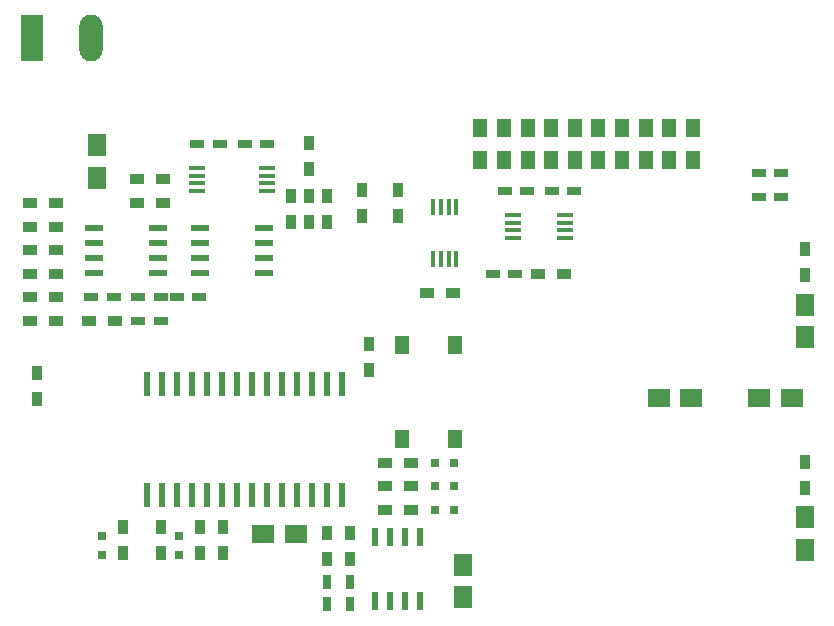
<source format=gbr>
G04 #@! TF.FileFunction,Paste,Top*
%FSLAX46Y46*%
G04 Gerber Fmt 4.6, Leading zero omitted, Abs format (unit mm)*
G04 Created by KiCad (PCBNEW 4.0.7-e2-6376~58~ubuntu16.04.1) date Fri Dec 29 21:47:46 2017*
%MOMM*%
%LPD*%
G01*
G04 APERTURE LIST*
%ADD10C,0.100000*%
%ADD11R,1.500000X1.950000*%
%ADD12R,0.600000X2.000000*%
%ADD13R,0.750000X1.200000*%
%ADD14R,1.200000X0.750000*%
%ADD15R,1.950000X1.500000*%
%ADD16R,0.800000X0.800000*%
%ADD17R,1.980000X3.960000*%
%ADD18O,1.980000X3.960000*%
%ADD19R,0.900000X1.200000*%
%ADD20R,1.200000X0.900000*%
%ADD21R,1.300000X1.500000*%
%ADD22R,1.300000X1.550000*%
%ADD23R,1.450000X0.450000*%
%ADD24R,0.600000X1.550000*%
%ADD25R,1.550000X0.600000*%
%ADD26R,0.450000X1.450000*%
G04 APERTURE END LIST*
D10*
D11*
X95500000Y-63875000D03*
X95500000Y-61125000D03*
D12*
X116255000Y-81300000D03*
X114985000Y-81300000D03*
X113715000Y-81300000D03*
X112445000Y-81300000D03*
X111175000Y-81300000D03*
X109905000Y-81300000D03*
X108635000Y-81300000D03*
X107365000Y-81300000D03*
X106095000Y-81300000D03*
X104825000Y-81300000D03*
X103555000Y-81300000D03*
X102285000Y-81300000D03*
X101015000Y-81300000D03*
X99745000Y-81300000D03*
X99745000Y-90700000D03*
X101015000Y-90700000D03*
X102285000Y-90700000D03*
X103555000Y-90700000D03*
X104825000Y-90700000D03*
X106095000Y-90700000D03*
X107365000Y-90700000D03*
X108635000Y-90700000D03*
X109905000Y-90700000D03*
X111175000Y-90700000D03*
X112445000Y-90700000D03*
X113715000Y-90700000D03*
X114985000Y-90700000D03*
X116255000Y-90700000D03*
D13*
X117000000Y-99950000D03*
X117000000Y-98050000D03*
D14*
X99050000Y-76000000D03*
X100950000Y-76000000D03*
D13*
X115000000Y-99950000D03*
X115000000Y-98050000D03*
D14*
X99050000Y-74000000D03*
X100950000Y-74000000D03*
D11*
X126500000Y-96625000D03*
X126500000Y-99375000D03*
D14*
X104050000Y-61000000D03*
X105950000Y-61000000D03*
D15*
X109625000Y-94000000D03*
X112375000Y-94000000D03*
D14*
X104200000Y-74000000D03*
X102300000Y-74000000D03*
X109950000Y-61000000D03*
X108050000Y-61000000D03*
X130050000Y-65000000D03*
X131950000Y-65000000D03*
X135950000Y-65000000D03*
X134050000Y-65000000D03*
X130950000Y-72000000D03*
X129050000Y-72000000D03*
X95050000Y-74000000D03*
X96950000Y-74000000D03*
X151550000Y-65500000D03*
X153450000Y-65500000D03*
X151550000Y-63500000D03*
X153450000Y-63500000D03*
D11*
X155500000Y-74625000D03*
X155500000Y-77375000D03*
D15*
X145875000Y-82500000D03*
X143125000Y-82500000D03*
D11*
X155500000Y-92625000D03*
X155500000Y-95375000D03*
D15*
X151625000Y-82500000D03*
X154375000Y-82500000D03*
D16*
X124200000Y-92000000D03*
X125800000Y-92000000D03*
X124200000Y-90000000D03*
X125800000Y-90000000D03*
X102500000Y-94200000D03*
X102500000Y-95800000D03*
X96000000Y-94200000D03*
X96000000Y-95800000D03*
X124200000Y-88000000D03*
X125800000Y-88000000D03*
D17*
X90000000Y-52000000D03*
D18*
X95000000Y-52000000D03*
D19*
X115000000Y-93900000D03*
X115000000Y-96100000D03*
D20*
X101100000Y-66000000D03*
X98900000Y-66000000D03*
D19*
X117000000Y-93900000D03*
X117000000Y-96100000D03*
D20*
X101100000Y-64000000D03*
X98900000Y-64000000D03*
D19*
X118600000Y-80100000D03*
X118600000Y-77900000D03*
X115000000Y-67600000D03*
X115000000Y-65400000D03*
X113500000Y-63100000D03*
X113500000Y-60900000D03*
X113500000Y-67600000D03*
X113500000Y-65400000D03*
X112000000Y-67600000D03*
X112000000Y-65400000D03*
D20*
X119900000Y-92000000D03*
X122100000Y-92000000D03*
X119900000Y-90000000D03*
X122100000Y-90000000D03*
D19*
X104250000Y-95600000D03*
X104250000Y-93400000D03*
X106250000Y-95600000D03*
X106250000Y-93400000D03*
D21*
X146000000Y-59650000D03*
X146000000Y-62350000D03*
X144000000Y-59650000D03*
X144000000Y-62350000D03*
X142000000Y-59650000D03*
X142000000Y-62350000D03*
X140000000Y-59650000D03*
X140000000Y-62350000D03*
X138000000Y-59650000D03*
X138000000Y-62350000D03*
X136000000Y-59650000D03*
X136000000Y-62350000D03*
X134000000Y-59650000D03*
X134000000Y-62350000D03*
X132000000Y-59650000D03*
X132000000Y-62350000D03*
X130000000Y-59650000D03*
X130000000Y-62350000D03*
X128000000Y-59650000D03*
X128000000Y-62350000D03*
D20*
X89900000Y-68000000D03*
X92100000Y-68000000D03*
X89900000Y-66000000D03*
X92100000Y-66000000D03*
X132900000Y-72000000D03*
X135100000Y-72000000D03*
X89900000Y-70000000D03*
X92100000Y-70000000D03*
X94900000Y-76000000D03*
X97100000Y-76000000D03*
X89900000Y-72000000D03*
X92100000Y-72000000D03*
X89900000Y-74000000D03*
X92100000Y-74000000D03*
X89900000Y-76000000D03*
X92100000Y-76000000D03*
D19*
X155500000Y-72100000D03*
X155500000Y-69900000D03*
X155500000Y-90100000D03*
X155500000Y-87900000D03*
X121000000Y-64900000D03*
X121000000Y-67100000D03*
X118000000Y-64900000D03*
X118000000Y-67100000D03*
X90500000Y-80400000D03*
X90500000Y-82600000D03*
D20*
X125700000Y-73600000D03*
X123500000Y-73600000D03*
D19*
X101000000Y-93400000D03*
X101000000Y-95600000D03*
X97750000Y-93400000D03*
X97750000Y-95600000D03*
D20*
X119900000Y-88000000D03*
X122100000Y-88000000D03*
D22*
X125850000Y-78025000D03*
X125850000Y-85975000D03*
X121350000Y-78025000D03*
X121350000Y-85975000D03*
D23*
X104050000Y-63025000D03*
X104050000Y-63675000D03*
X104050000Y-64325000D03*
X104050000Y-64975000D03*
X109950000Y-64975000D03*
X109950000Y-64325000D03*
X109950000Y-63675000D03*
X109950000Y-63025000D03*
D24*
X119095000Y-99700000D03*
X120365000Y-99700000D03*
X121635000Y-99700000D03*
X122905000Y-99700000D03*
X122905000Y-94300000D03*
X121635000Y-94300000D03*
X120365000Y-94300000D03*
X119095000Y-94300000D03*
D25*
X95300000Y-68095000D03*
X95300000Y-69365000D03*
X95300000Y-70635000D03*
X95300000Y-71905000D03*
X100700000Y-71905000D03*
X100700000Y-70635000D03*
X100700000Y-69365000D03*
X100700000Y-68095000D03*
X109700000Y-71905000D03*
X109700000Y-70635000D03*
X109700000Y-69365000D03*
X109700000Y-68095000D03*
X104300000Y-68095000D03*
X104300000Y-69365000D03*
X104300000Y-70635000D03*
X104300000Y-71905000D03*
D26*
X124025000Y-70700000D03*
X124675000Y-70700000D03*
X125325000Y-70700000D03*
X125975000Y-70700000D03*
X125975000Y-66300000D03*
X125325000Y-66300000D03*
X124675000Y-66300000D03*
X124025000Y-66300000D03*
D23*
X130800000Y-67025000D03*
X130800000Y-67675000D03*
X130800000Y-68325000D03*
X130800000Y-68975000D03*
X135200000Y-68975000D03*
X135200000Y-68325000D03*
X135200000Y-67675000D03*
X135200000Y-67025000D03*
M02*

</source>
